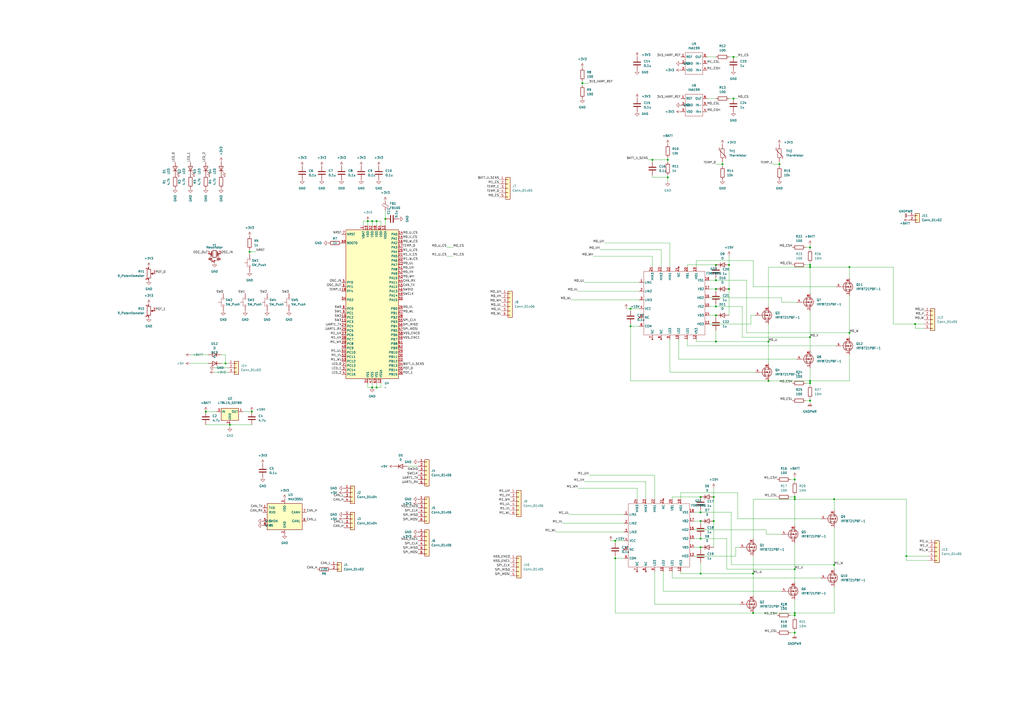
<source format=kicad_sch>
(kicad_sch (version 20211123) (generator eeschema)
  (paper "A2")
  (junction (at 365.76 179.07))
  (junction (at 337.82 48.26))
  (junction (at 387.35 102.87))
  (junction (at 119.38 238.76))
  (junction (at 215.9 224.79))
  (junction (at 461.01 356.87))
  (junction (at 387.35 92.71))
  (junction (at 415.29 167.64))
  (junction (at 483.87 289.56))
  (junction (at 406.4 312.42))
  (junction (at 525.78 322.58))
  (junction (at 436.88 332.74))
  (junction (at 452.12 95.25))
  (junction (at 461.01 289.56))
  (junction (at 130.81 210.82))
  (junction (at 218.44 224.79))
  (junction (at 469.9 220.98))
  (junction (at 223.52 127))
  (junction (at 415.29 177.8))
  (junction (at 414.02 288.29))
  (junction (at 445.77 198.12))
  (junction (at 415.29 162.56))
  (junction (at 461.01 367.03))
  (junction (at 461.01 278.13))
  (junction (at 469.9 222.25))
  (junction (at 436.88 355.6))
  (junction (at 406.4 288.29))
  (junction (at 469.9 154.94))
  (junction (at 492.76 193.04))
  (junction (at 215.9 128.27))
  (junction (at 422.91 153.67))
  (junction (at 356.87 323.85))
  (junction (at 146.05 238.76))
  (junction (at 469.9 195.58))
  (junction (at 133.35 246.38))
  (junction (at 419.1 95.25))
  (junction (at 406.4 317.5))
  (junction (at 461.01 355.6))
  (junction (at 378.46 92.71))
  (junction (at 445.77 220.98))
  (junction (at 213.36 128.27))
  (junction (at 469.9 143.51))
  (junction (at 530.86 187.96))
  (junction (at 461.01 288.29))
  (junction (at 218.44 128.27))
  (junction (at 492.76 154.94))
  (junction (at 422.91 167.64))
  (junction (at 406.4 302.26))
  (junction (at 469.9 232.41))
  (junction (at 406.4 297.18))
  (junction (at 415.29 198.12))
  (junction (at 406.4 332.74))
  (junction (at 469.9 153.67))
  (junction (at 356.87 313.69))
  (junction (at 425.45 33.02))
  (junction (at 414.02 302.26))
  (junction (at 425.45 57.15))
  (junction (at 144.78 146.05))
  (junction (at 415.29 153.67))
  (junction (at 415.29 182.88))
  (junction (at 461.01 330.2))
  (junction (at 365.76 189.23))
  (junction (at 483.87 327.66))
  (wire (pts (xy 402.59 307.34) (xy 444.5 307.34)))
  (wire (pts (xy 469.9 142.24) (xy 469.9 143.51)))
  (wire (pts (xy 452.12 93.98) (xy 452.12 95.25)))
  (wire (pts (xy 218.44 128.27) (xy 220.98 128.27)))
  (wire (pts (xy 492.76 220.98) (xy 492.76 205.74)))
  (wire (pts (xy 461.01 330.2) (xy 461.01 337.82)))
  (wire (pts (xy 393.7 208.28) (xy 462.28 208.28)))
  (wire (pts (xy 476.25 300.99) (xy 427.99 300.99)))
  (wire (pts (xy 133.35 246.38) (xy 133.35 247.65)))
  (wire (pts (xy 469.9 154.94) (xy 492.76 154.94)))
  (wire (pts (xy 410.21 33.02) (xy 415.29 33.02)))
  (wire (pts (xy 110.49 210.82) (xy 120.65 210.82)))
  (wire (pts (xy 421.64 312.42) (xy 421.64 330.2)))
  (wire (pts (xy 492.76 154.94) (xy 518.16 154.94)))
  (wire (pts (xy 469.9 220.98) (xy 492.76 220.98)))
  (wire (pts (xy 461.01 365.76) (xy 461.01 367.03)))
  (wire (pts (xy 379.73 331.47) (xy 379.73 350.52)))
  (wire (pts (xy 467.36 222.25) (xy 469.9 222.25)))
  (wire (pts (xy 411.48 187.96) (xy 435.61 187.96)))
  (wire (pts (xy 379.73 289.56) (xy 379.73 275.59)))
  (wire (pts (xy 469.9 143.51) (xy 469.9 144.78)))
  (wire (pts (xy 406.4 288.29) (xy 389.89 288.29)))
  (wire (pts (xy 411.48 162.56) (xy 415.29 162.56)))
  (wire (pts (xy 461.01 276.86) (xy 461.01 278.13)))
  (wire (pts (xy 110.49 205.74) (xy 120.65 205.74)))
  (wire (pts (xy 210.82 130.81) (xy 210.82 128.27)))
  (wire (pts (xy 436.88 151.13) (xy 403.86 151.13)))
  (wire (pts (xy 406.4 295.91) (xy 406.4 297.18)))
  (wire (pts (xy 223.52 127) (xy 223.52 130.81)))
  (wire (pts (xy 406.4 332.74) (xy 436.88 332.74)))
  (wire (pts (xy 128.27 205.74) (xy 130.81 205.74)))
  (wire (pts (xy 144.78 146.05) (xy 148.59 146.05)))
  (wire (pts (xy 445.77 220.98) (xy 469.9 220.98)))
  (wire (pts (xy 370.84 168.91) (xy 335.28 168.91)))
  (wire (pts (xy 425.45 57.15) (xy 427.99 57.15)))
  (wire (pts (xy 133.35 246.38) (xy 146.05 246.38)))
  (wire (pts (xy 370.84 179.07) (xy 365.76 179.07)))
  (wire (pts (xy 427.99 300.99) (xy 427.99 285.75)))
  (wire (pts (xy 458.47 356.87) (xy 461.01 356.87)))
  (wire (pts (xy 433.07 193.04) (xy 492.76 193.04)))
  (wire (pts (xy 414.02 302.26) (xy 414.02 317.5)))
  (wire (pts (xy 415.29 153.67) (xy 398.78 153.67)))
  (wire (pts (xy 461.01 287.02) (xy 461.01 288.29)))
  (wire (pts (xy 344.17 148.59) (xy 378.46 148.59)))
  (wire (pts (xy 406.4 302.26) (xy 406.4 303.53)))
  (wire (pts (xy 419.1 95.25) (xy 419.1 96.52)))
  (wire (pts (xy 415.29 162.56) (xy 433.07 162.56)))
  (wire (pts (xy 140.97 238.76) (xy 146.05 238.76)))
  (wire (pts (xy 430.53 195.58) (xy 469.9 195.58)))
  (wire (pts (xy 406.4 297.18) (xy 424.18 297.18)))
  (wire (pts (xy 467.36 232.41) (xy 469.9 232.41)))
  (wire (pts (xy 387.35 91.44) (xy 387.35 92.71)))
  (wire (pts (xy 398.78 153.67) (xy 398.78 154.94)))
  (wire (pts (xy 406.4 311.15) (xy 406.4 312.42)))
  (wire (pts (xy 119.38 238.76) (xy 125.73 238.76)))
  (wire (pts (xy 354.33 313.69) (xy 356.87 313.69)))
  (wire (pts (xy 436.88 166.37) (xy 436.88 151.13)))
  (wire (pts (xy 378.46 101.6) (xy 378.46 102.87)))
  (wire (pts (xy 469.9 153.67) (xy 469.9 154.94)))
  (wire (pts (xy 445.77 154.94) (xy 469.9 154.94)))
  (wire (pts (xy 128.27 210.82) (xy 130.81 210.82)))
  (wire (pts (xy 215.9 128.27) (xy 215.9 130.81)))
  (wire (pts (xy 361.95 313.69) (xy 356.87 313.69)))
  (wire (pts (xy 453.39 172.72) (xy 453.39 175.26)))
  (wire (pts (xy 356.87 322.58) (xy 356.87 323.85)))
  (wire (pts (xy 406.4 326.39) (xy 406.4 332.74)))
  (wire (pts (xy 436.88 322.58) (xy 436.88 332.74)))
  (wire (pts (xy 124.46 213.36) (xy 132.08 213.36)))
  (wire (pts (xy 356.87 313.69) (xy 356.87 314.96)))
  (wire (pts (xy 259.08 148.59) (xy 262.89 148.59)))
  (wire (pts (xy 215.9 128.27) (xy 218.44 128.27)))
  (wire (pts (xy 410.21 57.15) (xy 415.29 57.15)))
  (wire (pts (xy 411.48 177.8) (xy 415.29 177.8)))
  (wire (pts (xy 422.91 148.59) (xy 422.91 153.67)))
  (wire (pts (xy 467.36 153.67) (xy 469.9 153.67)))
  (wire (pts (xy 445.77 187.96) (xy 445.77 198.12)))
  (wire (pts (xy 361.95 303.53) (xy 326.39 303.53)))
  (wire (pts (xy 403.86 196.85) (xy 403.86 198.12)))
  (wire (pts (xy 403.86 151.13) (xy 403.86 154.94)))
  (wire (pts (xy 414.02 288.29) (xy 414.02 302.26)))
  (wire (pts (xy 445.77 198.12) (xy 445.77 210.82)))
  (wire (pts (xy 356.87 355.6) (xy 356.87 323.85)))
  (wire (pts (xy 259.08 143.51) (xy 262.89 143.51)))
  (wire (pts (xy 469.9 232.41) (xy 469.9 233.68)))
  (wire (pts (xy 415.29 191.77) (xy 415.29 198.12)))
  (wire (pts (xy 425.45 33.02) (xy 427.99 33.02)))
  (wire (pts (xy 406.4 312.42) (xy 421.64 312.42)))
  (wire (pts (xy 402.59 302.26) (xy 406.4 302.26)))
  (wire (pts (xy 337.82 48.26) (xy 337.82 49.53)))
  (wire (pts (xy 335.28 283.21) (xy 369.57 283.21)))
  (wire (pts (xy 213.36 128.27) (xy 215.9 128.27)))
  (wire (pts (xy 406.4 317.5) (xy 406.4 318.77)))
  (wire (pts (xy 444.5 309.88) (xy 453.39 309.88)))
  (wire (pts (xy 518.16 154.94) (xy 518.16 187.96)))
  (wire (pts (xy 424.18 327.66) (xy 483.87 327.66)))
  (wire (pts (xy 215.9 222.25) (xy 215.9 224.79)))
  (wire (pts (xy 448.31 95.25) (xy 452.12 95.25)))
  (wire (pts (xy 218.44 224.79) (xy 220.98 224.79)))
  (wire (pts (xy 461.01 355.6) (xy 461.01 356.87)))
  (wire (pts (xy 415.29 182.88) (xy 415.29 184.15)))
  (wire (pts (xy 424.18 297.18) (xy 424.18 327.66)))
  (wire (pts (xy 374.65 289.56) (xy 374.65 279.4)))
  (wire (pts (xy 469.9 154.94) (xy 469.9 170.18)))
  (wire (pts (xy 422.91 57.15) (xy 425.45 57.15)))
  (wire (pts (xy 444.5 307.34) (xy 444.5 309.88)))
  (wire (pts (xy 378.46 92.71) (xy 387.35 92.71)))
  (wire (pts (xy 415.29 198.12) (xy 445.77 198.12)))
  (wire (pts (xy 530.86 190.5) (xy 530.86 187.96)))
  (wire (pts (xy 426.72 317.5) (xy 429.26 317.5)))
  (wire (pts (xy 411.48 167.64) (xy 415.29 167.64)))
  (wire (pts (xy 213.36 222.25) (xy 213.36 224.79)))
  (wire (pts (xy 130.81 210.82) (xy 132.08 210.82)))
  (wire (pts (xy 435.61 187.96) (xy 435.61 182.88)))
  (wire (pts (xy 124.46 215.9) (xy 132.08 215.9)))
  (wire (pts (xy 347.98 144.78) (xy 383.54 144.78)))
  (wire (pts (xy 369.57 289.56) (xy 369.57 283.21)))
  (wire (pts (xy 388.62 154.94) (xy 388.62 140.97)))
  (wire (pts (xy 388.62 215.9) (xy 438.15 215.9)))
  (wire (pts (xy 394.97 331.47) (xy 394.97 332.74)))
  (wire (pts (xy 415.29 167.64) (xy 415.29 168.91)))
  (wire (pts (xy 415.29 95.25) (xy 419.1 95.25)))
  (wire (pts (xy 414.02 283.21) (xy 414.02 288.29)))
  (wire (pts (xy 337.82 48.26) (xy 341.63 48.26)))
  (wire (pts (xy 411.48 182.88) (xy 415.29 182.88)))
  (wire (pts (xy 469.9 231.14) (xy 469.9 232.41)))
  (wire (pts (xy 421.64 330.2) (xy 461.01 330.2)))
  (wire (pts (xy 403.86 198.12) (xy 415.29 198.12)))
  (wire (pts (xy 436.88 312.42) (xy 436.88 289.56)))
  (wire (pts (xy 461.01 355.6) (xy 483.87 355.6)))
  (wire (pts (xy 337.82 46.99) (xy 337.82 48.26)))
  (wire (pts (xy 445.77 220.98) (xy 365.76 220.98)))
  (wire (pts (xy 518.16 187.96) (xy 530.86 187.96)))
  (wire (pts (xy 375.92 92.71) (xy 378.46 92.71)))
  (wire (pts (xy 361.95 298.45) (xy 330.2 298.45)))
  (wire (pts (xy 458.47 367.03) (xy 461.01 367.03)))
  (wire (pts (xy 422.91 167.64) (xy 422.91 182.88)))
  (wire (pts (xy 426.72 322.58) (xy 426.72 317.5)))
  (wire (pts (xy 469.9 213.36) (xy 469.9 220.98)))
  (wire (pts (xy 469.9 222.25) (xy 469.9 223.52)))
  (wire (pts (xy 461.01 278.13) (xy 461.01 279.4)))
  (wire (pts (xy 469.9 195.58) (xy 469.9 203.2)))
  (wire (pts (xy 223.52 121.92) (xy 223.52 127)))
  (wire (pts (xy 530.86 187.96) (xy 535.94 187.96)))
  (wire (pts (xy 388.62 196.85) (xy 388.62 215.9)))
  (wire (pts (xy 384.81 331.47) (xy 384.81 342.9)))
  (wire (pts (xy 220.98 224.79) (xy 220.98 222.25)))
  (wire (pts (xy 535.94 190.5) (xy 530.86 190.5)))
  (wire (pts (xy 483.87 306.07) (xy 483.87 327.66)))
  (wire (pts (xy 365.76 187.96) (xy 365.76 189.23)))
  (wire (pts (xy 427.99 285.75) (xy 394.97 285.75)))
  (wire (pts (xy 422.91 33.02) (xy 425.45 33.02)))
  (wire (pts (xy 461.01 347.98) (xy 461.01 355.6)))
  (wire (pts (xy 436.88 355.6) (xy 356.87 355.6)))
  (wire (pts (xy 461.01 314.96) (xy 461.01 330.2)))
  (wire (pts (xy 119.38 246.38) (xy 133.35 246.38)))
  (wire (pts (xy 483.87 289.56) (xy 483.87 295.91)))
  (wire (pts (xy 483.87 355.6) (xy 483.87 340.36)))
  (wire (pts (xy 389.89 288.29) (xy 389.89 289.56)))
  (wire (pts (xy 144.78 146.05) (xy 144.78 147.32)))
  (wire (pts (xy 402.59 297.18) (xy 406.4 297.18)))
  (wire (pts (xy 402.59 322.58) (xy 426.72 322.58)))
  (wire (pts (xy 469.9 152.4) (xy 469.9 153.67)))
  (wire (pts (xy 492.76 193.04) (xy 492.76 195.58)))
  (wire (pts (xy 525.78 322.58) (xy 538.48 322.58)))
  (wire (pts (xy 389.89 331.47) (xy 389.89 335.28)))
  (wire (pts (xy 469.9 220.98) (xy 469.9 222.25)))
  (wire (pts (xy 485.14 166.37) (xy 436.88 166.37)))
  (wire (pts (xy 213.36 224.79) (xy 215.9 224.79)))
  (wire (pts (xy 363.22 179.07) (xy 365.76 179.07)))
  (wire (pts (xy 436.88 355.6) (xy 461.01 355.6)))
  (wire (pts (xy 210.82 128.27) (xy 213.36 128.27)))
  (wire (pts (xy 387.35 92.71) (xy 387.35 93.98)))
  (wire (pts (xy 365.76 189.23) (xy 370.84 189.23)))
  (wire (pts (xy 218.44 222.25) (xy 218.44 224.79)))
  (wire (pts (xy 419.1 93.98) (xy 419.1 95.25)))
  (wire (pts (xy 365.76 220.98) (xy 365.76 189.23)))
  (wire (pts (xy 411.48 172.72) (xy 453.39 172.72)))
  (wire (pts (xy 461.01 367.03) (xy 461.01 368.3)))
  (wire (pts (xy 144.78 144.78) (xy 144.78 146.05)))
  (wire (pts (xy 387.35 102.87) (xy 387.35 101.6)))
  (wire (pts (xy 236.22 270.51) (xy 242.57 270.51)))
  (wire (pts (xy 452.12 95.25) (xy 452.12 96.52)))
  (wire (pts (xy 341.63 275.59) (xy 379.73 275.59)))
  (wire (pts (xy 483.87 289.56) (xy 525.78 289.56)))
  (wire (pts (xy 398.78 200.66) (xy 485.14 200.66)))
  (wire (pts (xy 378.46 102.87) (xy 387.35 102.87)))
  (wire (pts (xy 469.9 180.34) (xy 469.9 195.58)))
  (wire (pts (xy 402.59 317.5) (xy 406.4 317.5)))
  (wire (pts (xy 379.73 350.52) (xy 429.26 350.52)))
  (wire (pts (xy 430.53 177.8) (xy 430.53 195.58)))
  (wire (pts (xy 461.01 289.56) (xy 461.01 304.8)))
  (wire (pts (xy 483.87 327.66) (xy 483.87 330.2)))
  (wire (pts (xy 433.07 162.56) (xy 433.07 193.04)))
  (wire (pts (xy 422.91 153.67) (xy 422.91 167.64)))
  (wire (pts (xy 461.01 289.56) (xy 483.87 289.56)))
  (wire (pts (xy 387.35 102.87) (xy 387.35 105.41)))
  (wire (pts (xy 538.48 325.12) (xy 525.78 325.12)))
  (wire (pts (xy 370.84 163.83) (xy 339.09 163.83)))
  (wire (pts (xy 370.84 173.99) (xy 331.47 173.99)))
  (wire (pts (xy 492.76 171.45) (xy 492.76 193.04)))
  (wire (pts (xy 461.01 356.87) (xy 461.01 358.14)))
  (wire (pts (xy 213.36 128.27) (xy 213.36 130.81)))
  (wire (pts (xy 467.36 143.51) (xy 469.9 143.51)))
  (wire (pts (xy 378.46 93.98) (xy 378.46 92.71)))
  (wire (pts (xy 525.78 289.56) (xy 525.78 322.58)))
  (wire (pts (xy 389.89 335.28) (xy 476.25 335.28)))
  (wire (pts (xy 365.76 179.07) (xy 365.76 180.34)))
  (wire (pts (xy 435.61 182.88) (xy 438.15 182.88)))
  (wire (pts (xy 218.44 128.27) (xy 218.44 130.81)))
  (wire (pts (xy 415.29 177.8) (xy 430.53 177.8)))
  (wire (pts (xy 356.87 323.85) (xy 361.95 323.85)))
  (wire (pts (xy 394.97 285.75) (xy 394.97 289.56)))
  (wire (pts (xy 220.98 128.27) (xy 220.98 130.81)))
  (wire (pts (xy 350.52 140.97) (xy 388.62 140.97)))
  (wire (pts (xy 215.9 224.79) (xy 218.44 224.79)))
  (wire (pts (xy 461.01 288.29) (xy 461.01 289.56)))
  (wire (pts (xy 415.29 176.53) (xy 415.29 177.8)))
  (wire (pts (xy 339.09 279.4) (xy 374.65 279.4)))
  (wire (pts (xy 436.88 332.74) (xy 436.88 345.44)))
  (wire (pts (xy 453.39 175.26) (xy 462.28 175.26)))
  (wire (pts (xy 394.97 332.74) (xy 406.4 332.74)))
  (wire (pts (xy 361.95 308.61) (xy 322.58 308.61)))
  (wire (pts (xy 458.47 278.13) (xy 461.01 278.13)))
  (wire (pts (xy 378.46 154.94) (xy 378.46 148.59)))
  (wire (pts (xy 445.77 177.8) (xy 445.77 154.94)))
  (wire (pts (xy 130.81 205.74) (xy 130.81 210.82)))
  (wire (pts (xy 402.59 312.42) (xy 406.4 312.42)))
  (wire (pts (xy 393.7 196.85) (xy 393.7 208.28)))
  (wire (pts (xy 436.88 289.56) (xy 461.01 289.56)))
  (wire (pts (xy 384.81 342.9) (xy 453.39 342.9)))
  (wire (pts (xy 415.29 161.29) (xy 415.29 162.56)))
  (wire (pts (xy 398.78 196.85) (xy 398.78 200.66)))
  (wire (pts (xy 458.47 288.29) (xy 461.01 288.29)))
  (wire (pts (xy 383.54 154.94) (xy 383.54 144.78)))
  (wire (pts (xy 492.76 154.94) (xy 492.76 161.29)))
  (wire (pts (xy 525.78 325.12) (xy 525.78 322.58)))
  (label "M1_UH" (at 341.63 275.59 180))
  (label "3V3_HARF_REF" (at 394.97 33.02 180))
  (label "M1_W" (at 483.87 327.66 0))
  (label "M0_UH" (at 290.83 170.18 180))
  (label "SWCLK" (at 242.57 275.59 180))
  (label "NSS_ENC0" (at 233.68 194.31 0))
  (label "SW2" (at 198.12 184.15 180))
  (label "M0_CSH" (at 459.74 222.25 180))
  (label "SWDIO" (at 233.68 168.91 0))
  (label "M0_VL" (at 335.28 168.91 180))
  (label "M1_UH" (at 295.91 285.75 180))
  (label "POT_1" (at 90.17 180.34 0))
  (label "LED_2" (at 119.38 93.98 90))
  (label "M0_WH" (at 290.83 175.26 180))
  (label "M0_WL" (at 233.68 181.61 0))
  (label "CAN_TX" (at 233.68 166.37 0))
  (label "M1_U" (at 436.88 332.74 0))
  (label "SPI_MOSI" (at 242.57 321.31 180))
  (label "SWDIO" (at 242.57 273.05 180))
  (label "M0_VH" (at 290.83 172.72 180))
  (label "M0_CSH" (at 459.74 143.51 180))
  (label "M0_V_CS" (at 233.68 138.43 0))
  (label "NSS_ENC1" (at 233.68 196.85 0))
  (label "SPI_MOSI" (at 295.91 334.01 180))
  (label "M1_V" (at 461.01 330.2 0))
  (label "3V3_HARF_REF" (at 394.97 57.15 180))
  (label "OSC_OUT" (at 198.12 166.37 180))
  (label "M0_WH" (at 233.68 161.29 0))
  (label "TEMP_1" (at 289.56 109.22 180))
  (label "POT_1" (at 233.68 217.17 0))
  (label "BATT_V_SENS" (at 375.92 92.71 180))
  (label "3V3_HARF_REF" (at 341.63 48.26 0))
  (label "M0_UL" (at 339.09 163.83 180))
  (label "M0_WL" (at 331.47 173.99 180))
  (label "SW1" (at 198.12 181.61 180))
  (label "M0_W" (at 535.94 185.42 180))
  (label "CAN_L" (at 177.8 302.26 0))
  (label "SW3" (at 167.64 170.18 180))
  (label "M0_UH" (at 350.52 140.97 180))
  (label "LED_2" (at 198.12 217.17 180))
  (label "CAN_L" (at 191.77 327.66 180))
  (label "SPI_MISO" (at 233.68 189.23 0))
  (label "SW1" (at 142.24 170.18 180))
  (label "NRST" (at 148.59 146.05 0))
  (label "M1_UL" (at 295.91 293.37 180))
  (label "OSC_IN" (at 128.27 147.32 0))
  (label "M0_UL" (at 233.68 153.67 0))
  (label "M1_V_CS" (at 233.68 148.59 0))
  (label "TEMP_0" (at 289.56 111.76 180))
  (label "M1_WL" (at 198.12 209.55 180))
  (label "M0_V" (at 535.94 182.88 180))
  (label "M0_CSL" (at 410.21 60.96 0))
  (label "M0_CSL" (at 459.74 153.67 180))
  (label "SPI_CLK" (at 295.91 328.93 180))
  (label "M0_U_CS" (at 259.08 143.51 180))
  (label "M0_U" (at 445.77 198.12 0))
  (label "M0_U" (at 535.94 180.34 180))
  (label "M1_VH" (at 198.12 196.85 180))
  (label "OSC_IN" (at 198.12 163.83 180))
  (label "M1_CSH" (at 410.21 40.64 0))
  (label "M1_VL" (at 198.12 207.01 180))
  (label "CAN_H" (at 199.39 290.83 180))
  (label "SPI_MISO" (at 295.91 331.47 180))
  (label "M0_CS" (at 289.56 114.3 180))
  (label "M0_UH" (at 233.68 156.21 0))
  (label "M0_VH" (at 233.68 158.75 0))
  (label "M1_U" (at 538.48 314.96 180))
  (label "M1_VL" (at 295.91 295.91 180))
  (label "CAN_H" (at 177.8 297.18 0))
  (label "M1_V" (at 538.48 317.5 180))
  (label "CAN_RX" (at 233.68 163.83 0))
  (label "TEMP_1" (at 198.12 168.91 180))
  (label "M0_VL" (at 233.68 179.07 0))
  (label "POT_0" (at 233.68 214.63 0))
  (label "M1_VH" (at 295.91 288.29 180))
  (label "SPI_CLK" (at 242.57 297.18 180))
  (label "M1_WL" (at 295.91 298.45 180))
  (label "M0_W" (at 492.76 193.04 0))
  (label "M1_UL" (at 198.12 204.47 180))
  (label "UART1_RX" (at 198.12 191.77 180))
  (label "NRST" (at 198.12 135.89 180))
  (label "M0_VH" (at 347.98 144.78 180))
  (label "UART1_TX" (at 242.57 278.13 180))
  (label "M0_VL" (at 290.83 180.34 180))
  (label "LED_0" (at 101.6 93.98 90))
  (label "M0_WH" (at 344.17 148.59 180))
  (label "M1_UL" (at 330.2 298.45 180))
  (label "M1_VH" (at 339.09 279.4 180))
  (label "M1_W" (at 538.48 320.04 180))
  (label "M0_W_CS" (at 233.68 140.97 0))
  (label "CAN_L" (at 199.39 288.29 180))
  (label "SWCLK" (at 233.68 171.45 0))
  (label "NSS_ENC1" (at 242.57 313.69 180))
  (label "M1_CS" (at 289.56 106.68 180))
  (label "M1_CSL" (at 410.21 36.83 0))
  (label "OSC_OUT" (at 120.65 147.32 180))
  (label "LED_1" (at 198.12 214.63 180))
  (label "M0_CS" (at 427.99 57.15 0))
  (label "M1_CSL" (at 450.85 367.03 180))
  (label "CAN_RX" (at 152.4 297.18 180))
  (label "SPI_MOSI" (at 233.68 191.77 0))
  (label "M1_CSH" (at 450.85 278.13 180))
  (label "SPI_MOSI" (at 242.57 302.26 180))
  (label "SPI_CLK" (at 242.57 316.23 180))
  (label "M1_WL" (at 322.58 308.61 180))
  (label "M0_CSH" (at 410.21 64.77 0))
  (label "NSS_ENC0" (at 242.57 294.64 180))
  (label "M1_CSL" (at 450.85 288.29 180))
  (label "SPI_MISO" (at 242.57 318.77 180))
  (label "M1_U_CS" (at 259.08 148.59 180))
  (label "UART1_TX" (at 198.12 189.23 180))
  (label "TEMP_0" (at 233.68 143.51 0))
  (label "M1_CS" (at 427.99 33.02 0))
  (label "M1_W_CS" (at 233.68 151.13 0))
  (label "TEMP_1" (at 448.31 95.25 180))
  (label "M0_U_CS" (at 233.68 135.89 0))
  (label "BATT_V_SENS" (at 289.56 104.14 180))
  (label "M1_WH" (at 198.12 199.39 180))
  (label "CAN_H" (at 184.15 330.2 180))
  (label "SW0" (at 198.12 179.07 180))
  (label "SW2" (at 154.94 170.18 180))
  (label "M1_U_CS" (at 233.68 146.05 0))
  (label "M1_VL" (at 326.39 303.53 180))
  (label "LED_0" (at 198.12 212.09 180))
  (label "M0_UL" (at 290.83 177.8 180))
  (label "UART1_RX" (at 242.57 280.67 180))
  (label "NSS_ENC1" (at 295.91 326.39 180))
  (label "SW3" (at 198.12 186.69 180))
  (label "POT_0" (at 90.17 158.75 0))
  (label "SPI_CLK" (at 233.68 186.69 0))
  (label "CAN_TX" (at 152.4 294.64 180))
  (label "M1_CSH" (at 450.85 356.87 180))
  (label "CAN_H" (at 199.39 306.07 180))
  (label "NSS_ENC0" (at 295.91 323.85 180))
  (label "M1_WH" (at 295.91 290.83 180))
  (label "M0_WL" (at 290.83 182.88 180))
  (label "M0_CSL" (at 459.74 232.41 180))
  (label "BATT_V_SENS" (at 233.68 212.09 0))
  (label "SW0" (at 129.54 170.18 180))
  (label "SPI_MISO" (at 242.57 299.72 180))
  (label "M1_WH" (at 335.28 283.21 180))
  (label "M1_UH" (at 198.12 194.31 180))
  (label "LED_1" (at 110.49 93.98 90))
  (label "TEMP_0" (at 415.29 95.25 180))
  (label "CAN_L" (at 199.39 303.53 180))
  (label "M1_CS" (at 262.89 148.59 0))
  (label "M0_CS" (at 262.89 143.51 0))
  (label "M0_V" (at 469.9 195.58 0))
  (symbol (lib_id "Transistor_FET:IRF8721PBF-1") (at 458.47 342.9 0) (unit 1)
    (property "Reference" "Q6" (at 464.82 341.6299 0) (effects (justify left)))
    (property "Value" "IRF8721PBF-1" (at 464.82 344.1699 0) (effects (justify left)))
    (property "Footprint" "Package_TO_SOT_SMD:LFPAK56" (effects hide))
    (property "Datasheet" "http://www.irf.com/product-info/datasheets/data/irf8721pbf-1.pdf" (effects hide))
  )
  (symbol (lib_id "Device:C") (at 198.12 100.33 180) (unit 1)
    (property "Reference" "C8" (at 201.93 99.0599 0) (effects (justify right)))
    (property "Value" "0.1u" (at 201.93 101.5999 0) (effects (justify right)))
    (property "Footprint" "Capacitor_SMD:C_0402_1005Metric" (effects hide))
  )
  (symbol (lib_id "Device:D") (at 419.1 167.64 0) (unit 1)
    (property "Reference" "D10" (at 419.1 161.29 0))
    (property "Value" "D" (at 419.1 163.83 0))
    (property "Footprint" "Diode_SMD:D_0603_1608Metric" (effects hide))
  )
  (symbol (lib_id "power:+5V") (at 199.39 300.99 90) (unit 1)
    (property "Reference" "#PWR031" (effects hide))
    (property "Value" "+5V" (at 195.58 300.9899 90) (effects (justify left)))
  )
  (symbol (lib_id "power:+3.3V") (at 219.71 96.52 0) (unit 1)
    (property "Reference" "#PWR036" (effects hide))
    (property "Value" "+3.3V" (at 219.71 91.44 0))
  )
  (symbol (lib_id "Device:D") (at 419.1 182.88 0) (unit 1)
    (property "Reference" "D11" (at 419.1 176.53 0))
    (property "Value" "D" (at 419.1 179.07 0))
    (property "Footprint" "Diode_SMD:D_0603_1608Metric" (effects hide))
  )
  (symbol (lib_id "Device:C") (at 415.29 172.72 180) (unit 1)
    (property "Reference" "C21" (at 419.1 171.4499 0) (effects (justify right)))
    (property "Value" "1u" (at 419.1 173.9899 0) (effects (justify right)))
    (property "Footprint" "Capacitor_SMD:C_0603_1608Metric" (effects hide))
  )
  (symbol (lib_id "Connector_Generic:Conn_01x02") (at 196.85 327.66 0) (unit 1)
    (property "Reference" "J1" (at 199.39 327.6599 0) (effects (justify left)))
    (property "Value" "Conn_01x02" (at 199.39 330.1999 0) (effects (justify left)))
    (property "Footprint" "Connector_PinHeader_2.54mm:PinHeader_1x02_P2.54mm_Vertical" (effects hide))
  )
  (symbol (lib_id "Device:C") (at 425.45 60.96 180) (unit 1)
    (property "Reference" "C24" (at 429.26 59.6899 0) (effects (justify right)))
    (property "Value" "1u" (at 429.26 62.2299 0) (effects (justify right)))
    (property "Footprint" "Capacitor_SMD:C_0603_1608Metric" (effects hide))
  )
  (symbol (lib_id "power:+BATT") (at 110.49 205.74 90) (unit 1)
    (property "Reference" "#PWR09" (effects hide))
    (property "Value" "+BATT" (at 111.76 205.7399 90) (effects (justify right)))
  )
  (symbol (lib_id "Device:C") (at 175.26 100.33 180) (unit 1)
    (property "Reference" "C6" (at 179.07 99.0599 0) (effects (justify right)))
    (property "Value" "0.1u" (at 179.07 101.5999 0) (effects (justify right)))
    (property "Footprint" "Capacitor_SMD:C_0402_1005Metric" (effects hide))
  )
  (symbol (lib_id "power:GND") (at 142.24 180.34 0) (unit 1)
    (property "Reference" "#PWR080" (effects hide))
    (property "Value" "GND" (at 142.24 185.42 0))
  )
  (symbol (lib_id "Device:R") (at 419.1 100.33 0) (unit 1)
    (property "Reference" "R14" (at 421.64 99.0599 0) (effects (justify left)))
    (property "Value" "10k" (at 421.64 101.5999 0) (effects (justify left)))
    (property "Footprint" "Resistor_SMD:R_0603_1608Metric" (effects hide))
  )
  (symbol (lib_id "Device:R") (at 101.6 105.41 180) (unit 1)
    (property "Reference" "R1" (at 95.25 105.41 90))
    (property "Value" "4.7k" (at 97.79 105.41 90))
    (property "Footprint" "Resistor_SMD:R_0603_1608Metric" (effects hide))
  )
  (symbol (lib_id "Device:R") (at 419.1 33.02 270) (unit 1)
    (property "Reference" "R12" (at 419.1 26.67 90))
    (property "Value" "100" (at 419.1 29.21 90))
    (property "Footprint" "Resistor_SMD:R_0603_1608Metric" (effects hide))
  )
  (symbol (lib_id "Connector_Generic:Conn_01x05") (at 541.02 185.42 0) (unit 1)
    (property "Reference" "J12" (at 543.56 184.1499 0) (effects (justify left)))
    (property "Value" "Conn_01x05" (at 543.56 186.6899 0) (effects (justify left)))
    (property "Footprint" "user:2053380003" (effects hide))
  )
  (symbol (lib_id "User:FD6288Q") (at 382.27 311.15 0) (unit 1)
    (property "Reference" "GD1" (at 405.13 290.6012 0))
    (property "Value" "FD6288Q" (at 405.13 293.1412 0))
    (property "Footprint" "Package_DFN_QFN:QFN-24-1EP_4x4mm_P0.5mm_EP2.6x2.6mm_ThermalVias" (effects hide))
  )
  (symbol (lib_id "Connector_Generic:Conn_01x06") (at 247.65 313.69 0) (unit 1)
    (property "Reference" "J6" (at 250.19 313.6899 0) (effects (justify left)))
    (property "Value" "Conn_01x06" (at 250.19 316.2299 0) (effects (justify left)))
    (property "Footprint" "Connector_Hirose:Hirose_DF13-06P-1.25DSA_1x06_P1.25mm_Vertical" (effects hide))
  )
  (symbol (lib_id "Device:R") (at 119.38 105.41 180) (unit 1)
    (property "Reference" "R3" (at 113.03 105.41 90))
    (property "Value" "4.7k" (at 115.57 105.41 90))
    (property "Footprint" "Resistor_SMD:R_0603_1608Metric" (effects hide))
  )
  (symbol (lib_id "Transistor_FET:IRF8721PBF-1") (at 467.36 175.26 0) (unit 1)
    (property "Reference" "Q7" (at 473.71 173.9899 0) (effects (justify left)))
    (property "Value" "IRF8721PBF-1" (at 473.71 176.5299 0) (effects (justify left)))
    (property "Footprint" "Package_TO_SOT_SMD:LFPAK56" (effects hide))
    (property "Datasheet" "http://www.irf.com/product-info/datasheets/data/irf8721pbf-1.pdf" (effects hide))
  )
  (symbol (lib_id "Connector_Generic:Conn_01x06") (at 300.99 290.83 0) (unit 1)
    (property "Reference" "J9" (at 303.53 290.8299 0) (effects (justify left)))
    (property "Value" "Conn_01x06" (at 303.53 293.3699 0) (effects (justify left)))
    (property "Footprint" "Connector_PinHeader_2.54mm:PinHeader_1x06_P2.54mm_Vertical" (effects hide))
  )
  (symbol (lib_id "Device:Thermistor") (at 452.12 88.9 0) (unit 1)
    (property "Reference" "TH2" (at 455.93 87.6299 0) (effects (justify left)))
    (property "Value" "Thermistor" (at 455.93 90.1699 0) (effects (justify left)))
    (property "Footprint" "Resistor_SMD:R_0603_1608Metric" (effects hide))
  )
  (symbol (lib_id "power:GND") (at 394.97 60.96 270) (unit 1)
    (property "Reference" "#PWR058" (effects hide))
    (property "Value" "GND" (at 396.24 60.9599 90) (effects (justify left)))
  )
  (symbol (lib_id "Device:C") (at 378.46 97.79 180) (unit 1)
    (property "Reference" "C16" (at 382.27 96.5199 0) (effects (justify right)))
    (property "Value" "0.1u" (at 382.27 99.0599 0) (effects (justify right)))
    (property "Footprint" "Capacitor_SMD:C_0402_1005Metric" (effects hide))
  )
  (symbol (lib_id "User:FD6288Q") (at 391.16 176.53 0) (unit 1)
    (property "Reference" "GD2" (at 414.02 155.9812 0))
    (property "Value" "FD6288Q" (at 414.02 158.5212 0))
    (property "Footprint" "Package_DFN_QFN:QFN-24-1EP_4x4mm_P0.5mm_EP2.6x2.6mm_ThermalVias" (effects hide))
  )
  (symbol (lib_id "Device:C") (at 365.76 184.15 180) (unit 1)
    (property "Reference" "C13" (at 369.57 182.8799 0) (effects (justify right)))
    (property "Value" "0.1u" (at 369.57 185.4199 0) (effects (justify right)))
    (property "Footprint" "Capacitor_SMD:C_0603_1608Metric" (effects hide))
  )
  (symbol (lib_id "Device:C") (at 425.45 36.83 180) (unit 1)
    (property "Reference" "C23" (at 429.26 35.5599 0) (effects (justify right)))
    (property "Value" "1u" (at 429.26 38.0999 0) (effects (justify right)))
    (property "Footprint" "Capacitor_SMD:C_0603_1608Metric" (effects hide))
  )
  (symbol (lib_id "Device:C") (at 406.4 322.58 180) (unit 1)
    (property "Reference" "C19" (at 410.21 321.3099 0) (effects (justify right)))
    (property "Value" "1u" (at 410.21 323.8499 0) (effects (justify right)))
    (property "Footprint" "Capacitor_SMD:C_0603_1608Metric" (effects hide))
  )
  (symbol (lib_id "power:+BATT") (at 527.05 127.635 90) (unit 1)
    (property "Reference" "#PWR073" (effects hide))
    (property "Value" "+BATT" (at 521.97 129.54 90) (effects (justify right)))
  )
  (symbol (lib_id "Connector_Generic:Conn_01x05") (at 300.99 328.93 0) (unit 1)
    (property "Reference" "J10" (at 303.53 327.6599 0) (effects (justify left)))
    (property "Value" "Conn_01x05" (at 303.53 330.1999 0) (effects (justify left)))
    (property "Footprint" "Connector_PinHeader_2.54mm:PinHeader_1x05_P2.54mm_Vertical" (effects hide))
  )
  (symbol (lib_id "power:GND") (at 175.26 104.14 0) (unit 1)
    (property "Reference" "#PWR022" (effects hide))
    (property "Value" "GND" (at 175.26 109.22 0))
  )
  (symbol (lib_id "power:GND") (at 242.57 267.97 270) (unit 1)
    (property "Reference" "#PWR041" (effects hide))
    (property "Value" "GND" (at 238.76 267.9699 90) (effects (justify right)))
  )
  (symbol (lib_id "power:GND") (at 231.14 127 90) (unit 1)
    (property "Reference" "#PWR040" (effects hide))
    (property "Value" "GND" (at 236.22 127 0))
  )
  (symbol (lib_id "Transistor_FET:IRF8721PBF-1") (at 443.23 182.88 0) (unit 1)
    (property "Reference" "Q3" (at 449.58 181.6099 0) (effects (justify left)))
    (property "Value" "IRF8721PBF-1" (at 449.58 184.1499 0) (effects (justify left)))
    (property "Footprint" "Package_TO_SOT_SMD:LFPAK56" (effects hide))
    (property "Datasheet" "http://www.irf.com/product-info/datasheets/data/irf8721pbf-1.pdf" (effects hide))
  )
  (symbol (lib_id "Device:R") (at 337.82 53.34 0) (unit 1)
    (property "Reference" "R9" (at 340.36 52.0699 0) (effects (justify left)))
    (property "Value" "100" (at 340.36 54.6099 0) (effects (justify left)))
    (property "Footprint" "Resistor_SMD:R_0603_1608Metric" (effects hide))
  )
  (symbol (lib_id "Device:R") (at 419.1 57.15 270) (unit 1)
    (property "Reference" "R13" (at 419.1 50.8 90))
    (property "Value" "100" (at 419.1 53.34 90))
    (property "Footprint" "Resistor_SMD:R_0603_1608Metric" (effects hide))
  )
  (symbol (lib_id "power:+3.3V") (at 124.46 215.9 90) (unit 1)
    (property "Reference" "#PWR074" (effects hide))
    (property "Value" "+3.3V" (at 125.73 215.8999 90) (effects (justify right)))
  )
  (symbol (lib_id "power:+3.3V") (at 394.97 40.64 90) (unit 1)
    (property "Reference" "#PWR057" (effects hide))
    (property "Value" "+3.3V" (at 391.16 40.6399 90) (effects (justify left)))
  )
  (symbol (lib_id "power:+3.3V") (at 86.36 176.53 0) (unit 1)
    (property "Reference" "#PWR077" (effects hide))
    (property "Value" "+3.3V" (at 86.36 171.45 0))
  )
  (symbol (lib_id "Device:C") (at 146.05 242.57 180) (unit 1)
    (property "Reference" "C4" (at 149.86 241.2999 0) (effects (justify right)))
    (property "Value" "4.7u" (at 149.86 243.8399 0) (effects (justify right)))
    (property "Footprint" "Capacitor_SMD:C_1206_3216Metric" (effects hide))
  )
  (symbol (lib_id "power:+3.3V") (at 144.78 137.16 0) (unit 1)
    (property "Reference" "#PWR011" (effects hide))
    (property "Value" "+3.3V" (at 144.78 132.08 0))
  )
  (symbol (lib_id "power:+3.3V") (at 223.52 116.84 0) (unit 1)
    (property "Reference" "#PWR038" (effects hide))
    (property "Value" "+3.3V" (at 223.52 111.76 0))
  )
  (symbol (lib_id "Device:D") (at 124.46 205.74 180) (unit 1)
    (property "Reference" "D12" (at 124.46 199.39 0))
    (property "Value" "D" (at 124.46 201.93 0))
    (property "Footprint" "Diode_SMD:D_0603_1608Metric" (effects hide))
  )
  (symbol (lib_id "Device:R") (at 387.35 97.79 0) (unit 1)
    (property "Reference" "R11" (at 389.89 96.5199 0) (effects (justify left)))
    (property "Value" "1k" (at 389.89 99.0599 0) (effects (justify left)))
    (property "Footprint" "Resistor_SMD:R_0603_1608Metric" (effects hide))
  )
  (symbol (lib_id "Device:R") (at 452.12 100.33 0) (unit 1)
    (property "Reference" "R15" (at 454.66 99.0599 0) (effects (justify left)))
    (property "Value" "10k" (at 454.66 101.5999 0) (effects (justify left)))
    (property "Footprint" "Resistor_SMD:R_0603_1608Metric" (effects hide))
  )
  (symbol (lib_id "power:+15V") (at 363.22 179.07 0) (unit 1)
    (property "Reference" "#PWR049" (effects hide))
    (property "Value" "+15V" (at 365.76 177.7999 0) (effects (justify left)))
  )
  (symbol (lib_id "power:+3.3V") (at 213.36 128.27 0) (unit 1)
    (property "Reference" "#PWR034" (effects hide))
    (property "Value" "+3.3V" (at 213.36 123.19 0))
  )
  (symbol (lib_id "Transistor_FET:IRF8721PBF-1") (at 434.34 317.5 0) (unit 1)
    (property "Reference" "Q1" (at 440.69 316.2299 0) (effects (justify left)))
    (property "Value" "IRF8721PBF-1" (at 440.69 318.7699 0) (effects (justify left)))
    (property "Footprint" "Package_TO_SOT_SMD:LFPAK56" (effects hide))
    (property "Datasheet" "http://www.irf.com/product-info/datasheets/data/irf8721pbf-1.pdf" (effects hide))
  )
  (symbol (lib_id "Device:C") (at 369.57 36.83 180) (unit 1)
    (property "Reference" "C14" (at 373.38 35.5599 0) (effects (justify right)))
    (property "Value" "0.1u" (at 373.38 38.0999 0) (effects (justify right)))
    (property "Footprint" "Capacitor_SMD:C_0402_1005Metric" (effects hide))
  )
  (symbol (lib_id "power:+3.3V") (at 152.4 269.24 0) (unit 1)
    (property "Reference" "#PWR015" (effects hide))
    (property "Value" "+3.3V" (at 152.4 264.16 0))
  )
  (symbol (lib_id "Device:R") (at 463.55 153.67 270) (unit 1)
    (property "Reference" "R23" (at 463.55 147.32 90))
    (property "Value" "100" (at 463.55 149.86 90))
    (property "Footprint" "Resistor_SMD:R_0603_1608Metric" (effects hide))
  )
  (symbol (lib_id "Device:R") (at 454.66 278.13 270) (unit 1)
    (property "Reference" "R16" (at 454.66 271.78 90))
    (property "Value" "100" (at 454.66 274.32 90))
    (property "Footprint" "Resistor_SMD:R_0603_1608Metric" (effects hide))
  )
  (symbol (lib_id "Device:Thermistor") (at 419.1 88.9 0) (unit 1)
    (property "Reference" "TH1" (at 422.91 87.6299 0) (effects (justify left)))
    (property "Value" "Thermistor" (at 422.91 90.1699 0) (effects (justify left)))
    (property "Footprint" "Resistor_SMD:R_0603_1608Metric" (effects hide))
  )
  (symbol (lib_id "power:GNDPWR") (at 461.01 368.3 0) (unit 1)
    (property "Reference" "#PWR069" (effects hide))
    (property "Value" "GNDPWR" (at 460.883 373.38 0))
  )
  (symbol (lib_id "Transistor_FET:IRF8721PBF-1") (at 434.34 350.52 0) (unit 1)
    (property "Reference" "Q2" (at 440.69 349.2499 0) (effects (justify left)))
    (property "Value" "IRF8721PBF-1" (at 440.69 351.7899 0) (effects (justify left)))
    (property "Footprint" "Package_TO_SOT_SMD:LFPAK56" (effects hide))
    (property "Datasheet" "http://www.irf.com/product-info/datasheets/data/irf8721pbf-1.pdf" (effects hide))
  )
  (symbol (lib_id "Device:R") (at 469.9 148.59 0) (unit 1)
    (property "Reference" "R26" (at 472.44 147.3199 0) (effects (justify left)))
    (property "Value" "10m" (at 472.44 149.8599 0) (effects (justify left)))
    (property "Footprint" "Resistor_SMD:R_0815_2038Metric" (effects hide))
  )
  (symbol (lib_id "power:+3.3V") (at 86.36 154.94 0) (unit 1)
    (property "Reference" "#PWR075" (effects hide))
    (property "Value" "+3.3V" (at 86.36 149.86 0))
  )
  (symbol (lib_id "Device:D") (at 410.21 317.5 0) (unit 1)
    (property "Reference" "D8" (at 410.21 311.15 0))
    (property "Value" "D" (at 410.21 313.69 0))
    (property "Footprint" "Diode_SMD:D_0603_1608Metric" (effects hide))
  )
  (symbol (lib_id "Device:C") (at 227.33 127 270) (unit 1)
    (property "Reference" "C11" (at 225.425 124.46 0) (effects (justify right)))
    (property "Value" "0.1u" (at 229.87 126.365 0) (effects (justify right)))
    (property "Footprint" "Capacitor_SMD:C_0402_1005Metric" (effects hide))
  )
  (symbol (lib_id "power:GND") (at 369.57 64.77 0) (unit 1)
    (property "Reference" "#PWR053" (effects hide))
    (property "Value" "GND" (at 372.11 66.0399 0) (effects (justify left)))
  )
  (symbol (lib_id "power:+3.3V") (at 369.57 33.02 0) (unit 1)
    (property "Reference" "#PWR050" (effects hide))
    (property "Value" "+3.3V" (at 372.11 31.7499 0) (effects (justify left)))
  )
  (symbol (lib_id "power:+3.3V") (at 198.12 96.52 0) (unit 1)
    (property "Reference" "#PWR026" (effects hide))
    (property "Value" "+3.3V" (at 198.12 91.44 0))
  )
  (symbol (lib_id "power:GND") (at 101.6 109.22 0) (unit 1)
    (property "Reference" "#PWR01" (effects hide))
    (property "Value" "GND" (at 101.5999 113.03 90) (effects (justify right)))
  )
  (symbol (lib_id "power:GND") (at 129.54 180.34 0) (unit 1)
    (property "Reference" "#PWR079" (effects hide))
    (property "Value" "GND" (at 129.54 185.42 0))
  )
  (symbol (lib_id "Device:R") (at 110.49 105.41 180) (unit 1)
    (property "Reference" "R2" (at 104.14 105.41 90))
    (property "Value" "4.7k" (at 106.68 105.41 90))
    (property "Footprint" "Resistor_SMD:R_0603_1608Metric" (effects hide))
  )
  (symbol (lib_id "Switch:SW_Push") (at 154.94 175.26 90) (unit 1)
    (property "Reference" "SW4" (at 156.21 173.9899 90) (effects (justify right)))
    (property "Value" "SW_Push" (at 156.21 176.5299 90) (effects (justify right)))
    (property "Footprint" "Button_Switch_SMD:SW_Push_1P1T_NO_CK_KMR2" (effects hide))
  )
  (symbol (lib_id "power:GND") (at 419.1 104.14 0) (unit 1)
    (property "Reference" "#PWR062" (effects hide))
    (property "Value" "GND" (at 419.1 109.22 0))
  )
  (symbol (lib_id "Switch:SW_Push") (at 129.54 175.26 90) (unit 1)
    (property "Reference" "SW2" (at 130.81 173.9899 90) (effects (justify right)))
    (property "Value" "SW_Push" (at 130.81 176.5299 90) (effects (justify right)))
    (property "Footprint" "Button_Switch_SMD:SW_Push_1P1T_NO_CK_KMR2" (effects hide))
  )
  (symbol (lib_id "power:+3.3V") (at 369.57 57.15 0) (unit 1)
    (property "Reference" "#PWR052" (effects hide))
    (property "Value" "+3.3V" (at 372.11 55.8799 0) (effects (justify left)))
  )
  (symbol (lib_id "Transistor_FET:IRF8721PBF-1") (at 490.22 200.66 0) (unit 1)
    (property "Reference" "Q12" (at 496.57 199.3899 0) (effects (justify left)))
    (property "Value" "IRF8721PBF-1" (at 496.57 201.9299 0) (effects (justify left)))
    (property "Footprint" "Package_TO_SOT_SMD:LFPAK56" (effects hide))
    (property "Datasheet" "http://www.irf.com/product-info/datasheets/data/irf8721pbf-1.pdf" (effects hide))
  )
  (symbol (lib_id "power:+3.3V") (at 242.57 292.1 90) (unit 1)
    (property "Reference" "#PWR043" (effects hide))
    (property "Value" "+3.3V" (at 238.76 292.0999 90) (effects (justify left)))
  )
  (symbol (lib_id "Device:R") (at 187.96 330.2 90) (unit 1)
    (property "Reference" "R6" (at 187.96 332.74 90))
    (property "Value" "120" (at 187.96 330.2 90))
    (property "Footprint" "Resistor_SMD:R_0603_1608Metric" (effects hide))
  )
  (symbol (lib_id "Device:D") (at 410.21 302.26 0) (unit 1)
    (property "Reference" "D7" (at 410.21 295.91 0))
    (property "Value" "D" (at 410.21 298.45 0))
    (property "Footprint" "Diode_SMD:D_0603_1608Metric" (effects hide))
  )
  (symbol (lib_id "Switch:SW_Push") (at 167.64 175.26 90) (unit 1)
    (property "Reference" "SW5" (at 168.91 173.9899 90) (effects (justify right)))
    (property "Value" "SW_Push" (at 168.91 176.5299 90) (effects (justify right)))
    (property "Footprint" "Button_Switch_SMD:SW_Push_1P1T_NO_CK_KMR2" (effects hide))
  )
  (symbol (lib_id "Device:C") (at 415.29 157.48 180) (unit 1)
    (property "Reference" "C20" (at 419.1 156.2099 0) (effects (justify right)))
    (property "Value" "1u" (at 419.1 158.7499 0) (effects (justify right)))
    (property "Footprint" "Capacitor_SMD:C_0603_1608Metric" (effects hide))
  )
  (symbol (lib_id "Device:Resonator") (at 124.46 147.32 0) (unit 1)
    (property "Reference" "Y1" (at 124.46 142.24 0))
    (property "Value" "Resonator" (at 124.46 143.51 0))
    (property "Footprint" "Crystal:Resonator_SMD_Murata_CSTxExxV-3Pin_3.0x1.1mm" (effects hide))
  )
  (symbol (lib_id "power:+BATT") (at 461.01 276.86 0) (unit 1)
    (property "Reference" "#PWR068" (effects hide))
    (property "Value" "+BATT" (at 461.01 271.78 0))
  )
  (symbol (lib_id "power:GND") (at 242.57 289.56 270) (unit 1)
    (property "Reference" "#PWR042" (effects hide))
    (property "Value" "GND" (at 238.76 289.5599 90) (effects (justify right)))
  )
  (symbol (lib_id "power:GND") (at 124.46 213.36 270) (unit 1)
    (property "Reference" "#PWR014" (effects hide))
    (property "Value" "GND" (at 125.73 213.3599 90) (effects (justify left)))
  )
  (symbol (lib_id "power:GND") (at 154.94 180.34 0) (unit 1)
    (property "Reference" "#PWR081" (effects hide))
    (property "Value" "GND" (at 154.94 185.42 0))
  )
  (symbol (lib_id "power:+3.3V") (at 165.1 289.56 0) (unit 1)
    (property "Reference" "#PWR019" (effects hide))
    (property "Value" "+3.3V" (at 165.1 284.48 0))
  )
  (symbol (lib_id "power:GND") (at 144.78 157.48 0) (unit 1)
    (property "Reference" "#PWR012" (effects hide))
    (property "Value" "GND" (at 144.78 162.56 0))
  )
  (symbol (lib_id "Device:R") (at 469.9 227.33 0) (unit 1)
    (property "Reference" "R27" (at 472.44 226.0599 0) (effects (justify left)))
    (property "Value" "10m" (at 472.44 228.5999 0) (effects (justify left)))
    (property "Footprint" "Resistor_SMD:R_0815_2038Metric" (effects hide))
  )
  (symbol (lib_id "Device:R") (at 463.55 143.51 270) (unit 1)
    (property "Reference" "R22" (at 463.55 137.16 90))
    (property "Value" "100" (at 463.55 139.7 90))
    (property "Footprint" "Resistor_SMD:R_0603_1608Metric" (effects hide))
  )
  (symbol (lib_id "Device:C") (at 152.4 273.05 180) (unit 1)
    (property "Reference" "C5" (at 156.21 271.7799 0) (effects (justify right)))
    (property "Value" "0.1u" (at 156.21 274.3199 0) (effects (justify right)))
    (property "Footprint" "Capacitor_SMD:C_0402_1005Metric" (effects hide))
  )
  (symbol (lib_id "power:GND") (at 124.46 152.4 0) (unit 1)
    (property "Reference" "#PWR06" (effects hide))
    (property "Value" "GND" (at 124.46 157.48 0))
  )
  (symbol (lib_id "Device:R_Potentiometer") (at 86.36 158.75 0) (unit 1)
    (property "Reference" "RV1" (at 83.82 157.4799 0) (effects (justify right)))
    (property "Value" "R_Potentiometer" (at 83.82 160.0199 0) (effects (justify right)))
    (property "Footprint" "Potentiometer_THT:Potentiometer_Bourns_PTA4543_Single_Slide" (effects hide))
  )
  (symbol (lib_id "power:+3.3V") (at 419.1 83.82 0) (unit 1)
    (property "Reference" "#PWR061" (effects hide))
    (property "Value" "+3.3V" (at 421.64 82.5499 0) (effects (justify left)))
  )
  (symbol (lib_id "Device:D") (at 410.21 288.29 0) (unit 1)
    (property "Reference" "D6" (at 410.21 281.94 0))
    (property "Value" "D" (at 410.21 284.48 0))
    (property "Footprint" "Diode_SMD:D_0603_1608Metric" (effects hide))
  )
  (symbol (lib_id "power:GND") (at 86.36 184.15 0) (unit 1)
    (property "Reference" "#PWR078" (effects hide))
    (property "Value" "GND" (at 86.36 189.23 0))
  )
  (symbol (lib_id "power:GND") (at 119.38 109.22 0) (unit 1)
    (property "Reference" "#PWR04" (effects hide))
    (property "Value" "GND" (at 119.3799 113.03 90) (effects (justify right)))
  )
  (symbol (lib_id "Device:C") (at 209.55 100.33 180) (unit 1)
    (property "Reference" "C9" (at 213.36 99.0599 0) (effects (justify right)))
    (property "Value" "0.1u" (at 213.36 101.5999 0) (effects (justify right)))
    (property "Footprint" "Capacitor_SMD:C_0402_1005Metric" (effects hide))
  )
  (symbol (lib_id "power:+3.3V") (at 394.97 64.77 90) (unit 1)
    (property "Reference" "#PWR059" (effects hide))
    (property "Value" "+3.3V" (at 391.16 64.7699 90) (effects (justify left)))
  )
  (symbol (lib_id "power:GND") (at 337.82 57.15 0) (unit 1)
    (property "Reference" "#PWR047" (effects hide))
    (property "Value" "GND" (at 337.82 62.23 0))
  )
  (symbol (lib_id "Device:C") (at 415.29 187.96 180) (unit 1)
    (property "Reference" "C22" (at 419.1 186.6899 0) (effects (justify right)))
    (property "Value" "1u" (at 419.1 189.2299 0) (effects (justify right)))
    (property "Footprint" "Capacitor_SMD:C_0603_1608Metric" (effects hide))
  )
  (symbol (lib_id "power:+3.3V") (at 337.82 39.37 0) (unit 1)
    (property "Reference" "#PWR046" (effects hide))
    (property "Value" "+3.3V" (at 337.82 34.29 0))
  )
  (symbol (lib_id "Connector_Generic:Conn_01x06") (at 247.65 273.05 0) (unit 1)
    (property "Reference" "J4" (at 250.19 273.0499 0) (effects (justify left)))
    (property "Value" "Conn_01x06" (at 250.19 275.5899 0) (effects (justify left)))
    (property "Footprint" "user:ZH_B6B-ZR" (effects hide))
  )
  (symbol (lib_id "power:GND") (at 209.55 104.14 0) (unit 1)
    (property "Reference" "#PWR033" (effects hide))
    (property "Value" "GND" (at 209.55 109.22 0))
  )
  (symbol (lib_id "MCU_ST_STM32F3:STM32F303RBTx") (at 215.9 176.53 0) (unit 1)
    (property "Reference" "U4" (at 222.9994 222.25 0) (effects (justify left)))
    (property "Value" "~" (at 222.9994 224.79 0) (effects (justify left)))
    (property "Footprint" "Package_QFP:LQFP-64_10x10mm_P0.5mm" (effects hide))
    (property "Datasheet" "http://www.st.com/st-web-ui/static/active/en/resource/technical/document/datasheet/DM00058181.pdf" (effects hide))
  )
  (symbol (lib_id "power:GNDPWR") (at 469.9 233.68 0) (unit 1)
    (property "Reference" "#PWR071" (effects hide))
    (property "Value" "GNDPWR" (at 469.773 238.76 0))
  )
  (symbol (lib_id "power:GND") (at 167.64 180.34 0) (unit 1)
    (property "Reference" "#PWR082" (effects hide))
    (property "Value" "GND" (at 167.64 185.42 0))
  )
  (symbol (lib_id "Device:R_Potentiometer") (at 86.36 180.34 0) (unit 1)
    (property "Reference" "RV2" (at 83.82 179.0699 0) (effects (justify right)))
    (property "Value" "R_Potentiometer" (at 83.82 181.6099 0) (effects (justify right)))
    (property "Footprint" "Potentiometer_THT:Potentiometer_Bourns_PTA4543_Single_Slide" (effects hide))
  )
  (symbol (lib_id "power:GND") (at 199.39 283.21 270) (unit 1)
    (property "Reference" "#PWR028" (effects hide))
    (property "Value" "GND" (at 195.58 283.2099 90) (effects (justify right)))
  )
  (symbol (lib_id "power:GND") (at 110.49 109.22 0) (unit 1)
    (property "Reference" "#PWR02" (effects hide))
    (property "Value" "GND" (at 110.4899 113.03 90) (effects (justify right)))
  )
  (symbol (lib_id "Device:R") (at 337.82 43.18 0) (unit 1)
    (property "Reference" "R8" (at 340.36 41.9099 0) (effects (justify left)))
    (property "Value" "100" (at 340.36 44.4499 0) (effects (justify left)))
    (property "Footprint" "Resistor_SMD:R_0603_1608Metric" (effects hide))
  )
  (symbol (lib_id "power:GND") (at 452.12 104.14 0) (unit 1)
    (property "Reference" "#PWR067" (effects hide))
    (property "Value" "GND" (at 452.12 109.22 0))
  )
  (symbol (lib_id "Connector_Generic:Conn_01x06") (at 295.91 175.26 0) (unit 1)
    (property "Reference" "J8" (at 298.45 175.2599 0) (effects (justify left)))
    (property "Value" "Conn_01x06" (at 298.45 177.7999 0) (effects (justify left)))
    (property "Footprint" "Connector_PinHeader_2.54mm:PinHeader_1x06_P2.54mm_Vertical" (effects hide))
  )
  (symbol (lib_id "Connector_Generic:Conn_01x04") (at 204.47 300.99 0) (unit 1)
    (property "Reference" "J3" (at 207.01 300.9899 0) (effects (justify left)))
    (property "Value" "Conn_01x04" (at 207.01 303.5299 0) (effects (justify left)))
    (property "Footprint" "Connector_Hirose:Hirose_DF13-04P-1.25DSA_1x04_P1.25mm_Vertical" (effects hide))
  )
  (symbol (lib_id "power:+15V") (at 146.05 238.76 0) (unit 1)
    (property "Reference" "#PWR013" (effects hide))
    (property "Value" "+15V" (at 148.59 237.4899 0) (effects (justify left)))
  )
  (symbol (lib_id "Device:R") (at 461.01 283.21 0) (unit 1)
    (property "Reference" "R20" (at 463.55 281.9399 0) (effects (justify left)))
    (property "Value" "10m" (at 463.55 284.4799 0) (effects (justify left)))
    (property "Footprint" "Resistor_SMD:R_0815_2038Metric" (effects hide))
  )
  (symbol (lib_id "power:GNDPWR") (at 527.05 125.095 270) (unit 1)
    (property "Reference" "#PWR072" (effects hide))
    (property "Value" "GNDPWR" (at 521.335 122.555 90) (effects (justify left)))
  )
  (symbol (lib_id "power:+15V") (at 414.02 283.21 0) (unit 1)
    (property "Reference" "#PWR060" (effects hide))
    (property "Value" "+15V" (at 414.02 278.13 0))
  )
  (symbol (lib_id "Device:C") (at 186.69 100.33 180) (unit 1)
    (property "Reference" "C7" (at 190.5 99.0599 0) (effects (justify right)))
    (property "Value" "0.1u" (at 190.5 101.5999 0) (effects (justify right)))
    (property "Footprint" "Capacitor_SMD:C_0402_1005Metric" (effects hide))
  )
  (symbol (lib_id "Connector_Generic:Conn_01x03") (at 137.16 213.36 0) (unit 1)
    (property "Reference" "J14" (at 139.7 212.0899 0) (effects (justify left)))
    (property "Value" "Conn_01x03" (at 139.7 214.6299 0) (effects (justify left)))
    (property "Footprint" "Connector_PinHeader_2.54mm:PinHeader_1x03_P2.54mm_Horizontal" (effects hide))
  )
  (symbol (lib_id "power:GND") (at 165.1 309.88 0) (unit 1)
    (property "Reference" "#PWR020" (effects hide))
    (property "Value" "GND" (at 165.1 314.96 0))
  )
  (symbol (lib_id "Connector_Generic:Conn_01x04") (at 204.47 285.75 0) (unit 1)
    (property "Reference" "J2" (at 207.01 285.7499 0) (effects (justify left)))
    (property "Value" "Conn_01x04" (at 207.01 288.2899 0) (effects (justify left)))
    (property "Footprint" "Connector_Hirose:Hirose_DF13-04P-1.25DSA_1x04_P1.25mm_Vertical" (effects hide))
  )
  (symbol (lib_id "Device:D") (at 124.46 210.82 180) (unit 1)
    (property "Reference" "D13" (at 124.46 204.47 0))
    (property "Value" "D" (at 124.46 207.01 0))
    (property "Footprint" "Diode_SMD:D_0603_1608Metric" (effects hide))
  )
  (symbol (lib_id "power:+3.3V") (at 128.27 93.98 0) (unit 1)
    (property "Reference" "#PWR07" (effects hide))
    (property "Value" "+3.3V" (at 128.2699 90.17 90) (effects (justify left)))
  )
  (symbol (lib_id "power:GND") (at 219.71 104.14 0) (unit 1)
    (property "Reference" "#PWR037" (effects hide))
    (property "Value" "GND" (at 219.71 109.22 0))
  )
  (symbol (lib_id "power:GND") (at 186.69 104.14 0) (unit 1)
    (property "Reference" "#PWR024" (effects hide))
    (property "Value" "GND" (at 186.69 109.22 0))
  )
  (symbol (lib_id "Device:FerriteBead_Small") (at 223.52 119.38 0) (unit 1)
    (property "Reference" "FB1" (at 226.06 118.0718 0) (effects (justify left)))
    (property "Value" "FB100" (at 226.06 120.6118 0) (effects (justify left)))
    (property "Footprint" "Resistor_SMD:R_0603_1608Metric" (effects hide))
  )
  (symbol (lib_id "power:GND") (at 369.57 40.64 0) (unit 1)
    (property "Reference" "#PWR051" (effects hide))
    (property "Value" "GND" (at 372.11 41.9099 0) (effects (justify left)))
  )
  (symbol (lib_id "power:+BATT") (at 119.38 238.76 0) (unit 1)
    (property "Reference" "#PWR05" (effects hide))
    (property "Value" "+BATT" (at 119.38 233.68 0))
  )
  (symbol (lib_id "power:+15V") (at 422.91 148.59 0) (unit 1)
    (property "Reference" "#PWR063" (effects hide))
    (property "Value" "+15V" (at 422.91 143.51 0))
  )
  (symbol (lib_id "Device:R") (at 128.27 105.41 180) (unit 1)
    (property "Reference" "R4" (at 121.92 105.41 90))
    (property "Value" "4.7k" (at 124.46 105.41 90))
    (property "Footprint" "Resistor_SMD:R_0603_1608Metric" (effects hide))
  )
  (symbol (lib_id "power:+BATT") (at 469.9 142.24 0) (unit 1)
    (property "Reference" "#PWR070" (effects hide))
    (property "Value" "+BATT" (at 469.9 137.16 0))
  )
  (symbol (lib_id "power:GND") (at 190.5 140.97 270) (unit 1)
    (property "Reference" "#PWR025" (effects hide))
    (property "Value" "GND" (at 186.69 140.9699 90) (effects (justify right)))
  )
  (symbol (lib_id "Transistor_FET:IRF8721PBF-1") (at 467.36 208.28 0) (unit 1)
    (property "Reference" "Q8" (at 473.71 207.0099 0) (effects (justify left)))
    (property "Value" "IRF8721PBF-1" (at 473.71 209.5499 0) (effects (justify left)))
    (property "Footprint" "Package_TO_SOT_SMD:LFPAK56" (effects hide))
    (property "Datasheet" "http://www.irf.com/product-info/datasheets/data/irf8721pbf-1.pdf" (effects hide))
  )
  (symbol (lib_id "power:GND") (at 425.45 40.64 0) (unit 1)
    (property "Reference" "#PWR064" (effects hide))
    (property "Value" "GND" (at 425.45 45.72 0))
  )
  (symbol (lib_id "Switch:SW_Push") (at 142.24 175.26 90) (unit 1)
    (property "Reference" "SW3" (at 143.51 173.9899 90) (effects (justify right)))
    (property "Value" "SW_Push" (at 143.51 176.5299 90) (effects (justify right)))
    (property "Footprint" "Button_Switch_SMD:SW_Push_1P1T_NO_CK_KMR2" (effects hide))
  )
  (symbol (lib_id "power:+3.3V") (at 175.26 96.52 0) (unit 1)
    (property "Reference" "#PWR021" (effects hide))
    (property "Value" "+3.3V" (at 175.26 91.44 0))
  )
  (symbol (lib_id "Device:R") (at 461.01 361.95 0) (unit 1)
    (property "Reference" "R21" (at 463.55 360.6799 0) (effects (justify left)))
    (property "Value" "10m" (at 463.55 363.2199 0) (effects (justify left)))
    (property "Footprint" "Resistor_SMD:R_0815_2038Metric" (effects hide))
  )
  (symbol (lib_id "User:INA199") (at 402.59 60.96 0) (unit 1)
    (property "Reference" "U6" (at 402.59 49.53 0))
    (property "Value" "INA199" (at 402.59 52.07 0))
    (property "Footprint" "Package_TO_SOT_SMD:TSOT-23-6" (effects hide))
  )
  (symbol (lib_id "power:GND") (at 199.39 298.45 270) (unit 1)
    (property "Reference" "#PWR030" (effects hide))
    (property "Value" "GND" (at 195.58 298.4499 90) (effects (justify right)))
  )
  (symbol (lib_id "Device:C") (at 219.71 100.33 180) (unit 1)
    (property "Reference" "C10" (at 223.52 99.0599 0) (effects (justify right)))
    (property "Value" "0.1u" (at 223.52 101.5999 0) (effects (justify right)))
    (property "Footprint" "Capacitor_SMD:C_0402_1005Metric" (effects hide))
  )
  (symbol (lib_id "Device:R") (at 194.31 140.97 90) (unit 1)
    (property "Reference" "R7" (at 194.31 138.43 90))
    (property "Value" "1k" (at 194.31 140.97 90))
    (property "Footprint" "Resistor_SMD:R_0603_1608Metric" (effects hide))
  )
  (symbol (lib_id "power:GND") (at 215.9 224.79 0) (unit 1)
    (property "Reference" "#PWR035" (effects hide))
    (property "Value" "GND" (at 215.9 229.87 0))
  )
  (symbol (lib_id "power:GND") (at 128.27 109.22 0) (unit 1)
    (property "Reference" "#PWR08" (effects hide))
    (property "Value" "GND" (at 128.2699 113.03 90) (effects (justify right)))
  )
  (symbol (lib_id "Regulator_Linear:L78L15_SOT89") (at 133.35 238.76 0) (unit 1)
    (property "Reference" "U2" (at 133.35 231.14 0))
    (property "Value" "L78L15_SOT89" (at 133.35 233.68 0))
    (property "Footprint" "Package_TO_SOT_SMD:SOT-89-3" (effects hide))
    (property "Datasheet" "http://www.st.com/content/ccc/resource/technical/document/datasheet/15/55/e5/aa/23/5b/43/fd/CD00000446.pdf/files/CD00000446.pdf/jcr:content/translations/en.CD00000446.pdf" (effects hide))
  )
  (symbol (lib_id "Device:R") (at 144.78 140.97 180) (unit 1)
    (property "Reference" "R5" (at 147.32 139.6999 0) (effects (justify right)))
    (property "Value" "1k" (at 147.32 142.2399 0) (effects (justify right)))
    (property "Footprint" "Resistor_SMD:R_0603_1608Metric" (effects hide))
  )
  (symbol (lib_id "Connector_Generic:Conn_01x05") (at 294.64 109.22 0) (unit 1)
    (property "Reference" "J7" (at 297.18 107.9499 0) (effects (justify left)))
    (property "Value" "Conn_01x05" (at 297.18 110.4899 0) (effects (justify left)))
    (property "Footprint" "Connector_PinHeader_2.54mm:PinHeader_1x05_P2.54mm_Vertical" (effects hide))
  )
  (symbol (lib_id "Device:R") (at 454.66 356.87 270) (unit 1)
    (property "Reference" "R18" (at 454.66 350.52 90))
    (property "Value" "100" (at 454.66 353.06 90))
    (property "Footprint" "Resistor_SMD:R_0603_1608Metric" (effects hide))
  )
  (symbol (lib_id "power:GND") (at 394.97 36.83 270) (unit 1)
    (property "Reference" "#PWR056" (effects hide))
    (property "Value" "GND" (at 396.24 36.8299 90) (effects (justify left)))
  )
  (symbol (lib_id "Device:C") (at 406.4 307.34 180) (unit 1)
    (property "Reference" "C18" (at 410.21 306.0699 0) (effects (justify right)))
    (property "Value" "1u" (at 410.21 308.6099 0) (effects (justify right)))
    (property "Footprint" "Capacitor_SMD:C_0603_1608Metric" (effects hide))
  )
  (symbol (lib_id "power:+5V") (at 228.6 270.51 90) (unit 1)
    (property "Reference" "#PWR039" (effects hide))
    (property "Value" "+5V" (at 224.79 270.5099 90) (effects (justify left)))
  )
  (symbol (lib_id "Device:LED") (at 110.49 97.79 90) (unit 1)
    (property "Reference" "D2" (at 104.14 99.3775 0))
    (property "Value" "LED" (at 106.68 99.3775 0))
    (property "Footprint" "LED_SMD:LED_0603_1608Metric" (effects hide))
  )
  (symbol (lib_id "Transistor_FET:IRF8721PBF-1") (at 481.33 335.28 0) (unit 1)
    (property "Reference" "Q10" (at 487.68 334.0099 0) (effects (justify left)))
    (property "Value" "IRF8721PBF-1" (at 487.68 336.5499 0) (effects (justify left)))
    (property "Footprint" "Package_TO_SOT_SMD:LFPAK56" (effects hide))
    (property "Datasheet" "http://www.irf.com/product-info/datasheets/data/irf8721pbf-1.pdf" (effects hide))
  )
  (symbol (lib_id "power:+BATT") (at 387.35 83.82 0) (unit 1)
    (property "Reference" "#PWR054" (effects hide))
    (property "Value" "+BATT" (at 387.35 78.74 0))
  )
  (symbol (lib_id "Connector_Generic:Conn_01x05") (at 543.56 320.04 0) (unit 1)
    (property "Reference" "J13" (at 546.1 318.7699 0) (effects (justify left)))
    (property "Value" "Conn_01x05" (at 546.1 321.3099 0) (effects (justify left)))
    (property "Footprint" "user:2053380003" (effects hide))
  )
  (symbol (lib_id "User:INA199") (at 402.59 36.83 0) (unit 1)
    (property "Reference" "U5" (at 402.59 25.4 0))
    (property "Value" "INA199" (at 402.59 27.94 0))
    (property "Footprint" "Package_TO_SOT_SMD:TSOT-23-6" (effects hide))
  )
  (symbol (lib_id "Device:R") (at 463.55 222.25 270) (unit 1)
    (property "Reference" "R24" (at 463.55 215.9 90))
    (property "Value" "100" (at 463.55 218.44 90))
    (property "Footprint" "Resistor_SMD:R_0603_1608Metric" (effects hide))
  )
  (symbol (lib_id "Device:C") (at 356.87 318.77 180) (unit 1)
    (property "Reference" "C12" (at 360.68 317.4999 0) (effects (justify right)))
    (property "Value" "0.1u" (at 360.68 320.0399 0) (effects (justify right)))
    (property "Footprint" "Capacitor_SMD:C_0603_1608Metric" (effects hide))
  )
  (symbol (lib_id "Connector_Generic:Conn_01x06") (at 247.65 294.64 0) (unit 1)
    (property "Reference" "J5" (at 250.19 294.6399 0) (effects (justify left)))
    (property "Value" "Conn_01x06" (at 250.19 297.1799 0) (effects (justify left)))
    (property "Footprint" "Connector_Hirose:Hirose_DF13-06P-1.25DSA_1x06_P1.25mm_Vertical" (effects hide))
  )
  (symbol (lib_id "power:GND") (at 86.36 162.56 0) (unit 1)
    (property "Reference" "#PWR076" (effects hide))
    (property "Value" "GND" (at 86.36 167.64 0))
  )
  (symbol (lib_id "Transistor_FET:IRF8721PBF-1") (at 458.47 309.88 0) (unit 1)
    (property "Reference" "Q5" (at 464.82 308.6099 0) (effects (justify left)))
    (property "Value" "IRF8721PBF-1" (at 464.82 311.1499 0) (effects (justify left)))
    (property "Footprint" "Package_TO_SOT_SMD:LFPAK56" (effects hide))
    (property "Datasheet" "http://www.irf.com/product-info/datasheets/data/irf8721pbf-1.pdf" (effects hide))
  )
  (symbol (lib_id "power:+5V") (at 199.39 285.75 90) (unit 1)
    (property "Reference" "#PWR029" (effects hide))
    (property "Value" "+5V" (at 195.58 285.7499 90) (effects (justify left)))
  )
  (symbol (lib_id "Device:LED") (at 128.27 97.79 90) (unit 1)
    (property "Reference" "D4" (at 121.92 99.3775 0))
    (property "Value" "LED" (at 124.46 99.3775 0))
    (property "Footprint" "LED_SMD:LED_0603_1608Metric" (effects hide))
  )
  (symbol (lib_id "power:+3.3V") (at 452.12 83.82 0) (unit 1)
    (property "Reference" "#PWR066" (effects hide))
    (property "Value" "+3.3V" (at 454.66 82.5499 0) (effects (justify left)))
  )
  (symbol (lib_id "power:+15V") (at 354.33 313.69 0) (unit 1)
    (property "Reference" "#PWR048" (effects hide))
    (property "Value" "+15V" (at 356.87 312.4199 0) (effects (justify left)))
  )
  (symbol (lib_id "power:GND") (at 198.12 104.14 0) (unit 1)
    (property "Reference" "#PWR027" (effects hide))
    (property "Value" "GND" (at 198.12 109.22 0))
  )
  (symbol (lib_id "power:+3.3V") (at 209.55 96.52 0) (unit 1)
    (property "Reference" "#PWR032" (effects hide))
    (property "Value" "+3.3V" (at 209.55 91.44 0))
  )
  (symbol (lib_id "Device:C") (at 119.38 242.57 180) (unit 1)
    (property "Reference" "C2" (at 123.19 241.2999 0) (effects (justify right)))
    (property "Value" "4.7u" (at 123.19 243.8399 0) (effects (justify right)))
    (property "Footprint" "Capacitor_SMD:C_1206_3216Metric" (effects hide))
  )
  (symbol (lib_id "Device:R") (at 387.35 87.63 0) (unit 1)
    (property "Reference" "R10" (at 389.89 86.3599 0) (effects (justify left)))
    (property "Value" "10k" (at 389.89 88.8999 0) (effects (justify left)))
    (property "Footprint" "Resistor_SMD:R_0603_1608Metric" (effects hide))
  )
  (symbol (lib_id "Device:LED") (at 101.6 97.79 90) (unit 1)
    (property "Reference" "D1" (at 95.25 99.3775 0))
    (property "Value" "LED" (at 97.79 99.3775 0))
    (property "Footprint" "LED_SMD:LED_0603_1608Metric" (effects hide))
  )
  (symbol (lib_id "Device:D") (at 232.41 270.51 0) (unit 1)
    (property "Reference" "D5" (at 232.41 264.16 0))
    (property "Value" "D" (at 232.41 266.7 0))
    (property "Footprint" "Diode_SMD:D_0603_1608Metric" (effects hide))
  )
  (symbol (lib_id "power:GND") (at 242.57 308.61 270) (unit 1)
    (property "Reference" "#PWR044" (effects hide))
    (property "Value" "GND" (at 238.76 308.6099 90) (effects (justify right)))
  )
  (symbol (lib_id "power:GND") (at 133.35 247.65 0) (unit 1)
    (property "Reference" "#PWR010" (effects hide))
    (property "Value" "GND" (at 133.35 252.73 0))
  )
  (symbol (lib_id "power:GND") (at 425.45 64.77 0) (unit 1)
    (property "Reference" "#PWR065" (effects hide))
    (property "Value" "GND" (at 425.45 69.85 0))
  )
  (symbol (lib_id "Transistor_FET:IRF8721PBF-1") (at 443.23 215.9 0) (unit 1)
    (property "Reference" "Q4" (at 449.58 214.6299 0) (effects (justify left)))
    (property "Value" "IRF8721PBF-1" (at 449.58 217.1699 0) (effects (justify left)))
    (property "Footprint" "Package_TO_SOT_SMD:LFPAK56" (effects hide))
    (property "Datasheet" "http://www.irf.com/product-info/datasheets/data/irf8721pbf-1.pdf" (effects hide))
  )
  (symbol (lib_id "Device:R") (at 454.66 367.03 270) (unit 1)
    (property "Reference" "R19" (at 454.66 360.68 90))
    (property "Value" "100" (at 454.66 363.22 90))
    (property "Footprint" "Resistor_SMD:R_0603_1608Metric" (effects hide))
  )
  (symbol (lib_id "Device:R") (at 463.55 232.41 270) (unit 1)
    (property "Reference" "R25" (at 463.55 226.06 90))
    (property "Value" "100" (at 463.55 228.6 90))
    (property "Footprint" "Resistor_SMD:R_0603_1608Metric" (effects hide))
  )
  (symbol (lib_id "power:+3.3V") (at 242.57 311.15 90) (unit 1)
    (property "Reference" "#PWR045" (effects hide))
    (property "Value" "+3.3V" (at 238.76 311.1499 90) (effects (justify left)))
  )
  (symbol (lib_id "Device:LED") (at 119.38 97.79 90) (unit 1)
    (property "Reference" "D3" (at 113.03 99.3775 0))
    (property "Value" "LED" (at 115.57 99.3775 0))
    (property "Footprint" "LED_SMD:LED_0603_1608Metric" (effects hide))
  )
  (symbol (lib_id "Interface_UART:MAX3051") (at 165.1 299.72 0) (unit 1)
    (property "Reference" "U3" (at 167.1194 287.02 0) (effects (justify left)))
    (property "Value" "MAX3051" (at 167.1194 289.56 0) (effects (justify left)))
    (property "Footprint" "Package_SO:SO-8_3.9x4.9mm_P1.27mm" (effects hide))
    (property "Datasheet" "http://datasheets.maximintegrated.com/en/ds/MAX3051.pdf" (effects hide))
  )
  (symbol (lib_id "Device:R") (at 454.66 288.29 270) (unit 1)
    (property "Reference" "R17" (at 454.66 281.94 90))
    (property "Value" "100" (at 454.66 284.48 90))
    (property "Footprint" "Resistor_SMD:R_0603_1608Metric" (effects hide))
  )
  (symbol (lib_id "Transistor_FET:IRF8721PBF-1") (at 490.22 166.37 0) (unit 1)
    (property "Reference" "Q11" (at 496.57 165.0999 0) (effects (justify left)))
    (property "Value" "IRF8721PBF-1" (at 496.57 167.6399 0) (effects (justify left)))
    (property "Footprint" "Package_TO_SOT_SMD:LFPAK56" (effects hide))
    (property "Datasheet" "http://www.irf.com/product-info/datasheets/data/irf8721pbf-1.pdf" (effects hide))
  )
  (symbol (lib_id "Device:C") (at 406.4 292.1 180) (unit 1)
    (property "Reference" "C17" (at 410.21 290.8299 0) (effects (justify right)))
    (property "Value" "1u" (at 410.21 293.3699 0) (effects (justify right)))
    (property "Footprint" "Capacitor_SMD:C_0603_1608Metric" (effects hide))
  )
  (symbol (lib_id "Switch:SW_Push") (at 144.78 152.4 90) (unit 1)
    (property "Reference" "SW1" (at 146.05 151.1299 90) (effects (justify right)))
    (property "Value" "SW_Push" (at 146.05 153.6699 90) (effects (justify right)))
    (property "Footprint" "Button_Switch_SMD:SW_Push_1P1T_NO_CK_KMR2" (effects hide))
  )
  (symbol (lib_id "Device:C") (at 369.57 60.96 180) (unit 1)
    (property "Reference" "C15" (at 373.38 59.6899 0) (effects (justify right)))
    (property "Value" "0.1u" (at 373.38 62.2299 0) (effects (justify right)))
    (property "Footprint" "Capacitor_SMD:C_0402_1005Metric" (effects hide))
  )
  (symbol (lib_id "Transistor_FET:IRF8721PBF-1") (at 481.33 300.99 0) (unit 1)
    (property "Reference" "Q9" (at 487.68 299.7199 0) (effects (justify left)))
    (property "Value" "IRF8721PBF-1" (at 487.68 302.2599 0) (effects (justify left)))
    (property "Footprint" "Package_TO_SOT_SMD:LFPAK56" (effects hide))
    (property "Datasheet" "http://www.irf.com/product-info/datasheets/data/irf8721pbf-1.pdf" (effects hide))
  )
  (symbol (lib_id "power:GND") (at 152.4 276.86 0) (unit 1)
    (property "Reference" "#PWR016" (effects hide))
    (property "Value" "GND" (at 152.4 281.94 0))
  )
  (symbol (lib_id "power:+5V") (at 110.49 210.82 90) (unit 1)
    (property "Reference" "#PWR03" (effects hide))
    (property "Value" "+5V" (at 106.68 210.8199 90) (effects (justify left)))
  )
  (symbol (lib_id "power:GND") (at 152.4 304.8 270) (unit 1)
    (property "Reference" "#PWR018" (effects hide))
    (property "Value" "GND" (at 153.67 304.7999 90) (effects (justify left)))
  )
  (symbol (lib_id "power:GND") (at 387.35 105.41 0) (unit 1)
    (property "Reference" "#PWR055" (effects hide))
    (property "Value" "GND" (at 387.35 110.49 0))
  )
  (symbol (lib_id "Connector_Generic:Conn_01x02") (at 532.13 125.095 0) (unit 1)
    (property "Reference" "J11" (at 534.67 125.0949 0) (effects (justify left)))
    (property "Value" "Conn_01x02" (at 534.67 127.6349 0) (effects (justify left)))
    (property "Footprint" "Connector_AMASS:AMASS_XT30PW-M_1x02_P2.50mm_Horizontal" (effects hide))
  )
  (symbol (lib_id "power:+3.3V") (at 186.69 96.52 0) (unit 1)
    (property "Reference" "#PWR023" (effects hide))
    (property "Value" "+3.3V" (at 186.69 91.44 0))
  )
  (symbol (lib_id "Device:D") (at 419.1 153.67 0) (unit 1)
    (property "Reference" "D9" (at 419.1 147.32 0))
    (property "Value" "D" (at 419.1 149.86 0))
    (property "Footprint" "Diode_SMD:D_0603_1608Metric" (effects hide))
  )
  (symbol (lib_id "power:GND") (at 152.4 302.26 270) (unit 1)
    (property "Reference" "#PWR017" (effects hide))
    (property "Value" "GND" (at 153.67 302.2599 90) (effects (justify left)))
  )
)
</source>
